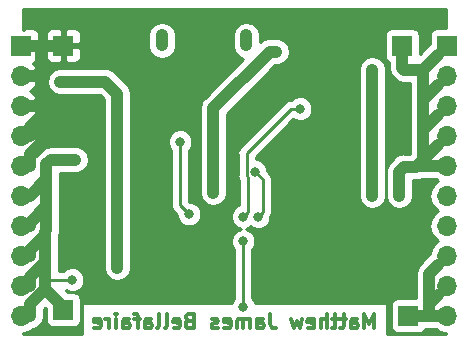
<source format=gbr>
G04 #@! TF.GenerationSoftware,KiCad,Pcbnew,(5.0.1)-3*
G04 #@! TF.CreationDate,2019-08-21T09:16:29-04:00*
G04 #@! TF.ProjectId,BMS Module,424D53204D6F64756C652E6B69636164,rev?*
G04 #@! TF.SameCoordinates,Original*
G04 #@! TF.FileFunction,Copper,L2,Bot,Signal*
G04 #@! TF.FilePolarity,Positive*
%FSLAX46Y46*%
G04 Gerber Fmt 4.6, Leading zero omitted, Abs format (unit mm)*
G04 Created by KiCad (PCBNEW (5.0.1)-3) date 8/21/2019 9:16:29 AM*
%MOMM*%
%LPD*%
G01*
G04 APERTURE LIST*
G04 #@! TA.AperFunction,NonConductor*
%ADD10C,0.300000*%
G04 #@! TD*
G04 #@! TA.AperFunction,ComponentPad*
%ADD11O,1.050000X1.900000*%
G04 #@! TD*
G04 #@! TA.AperFunction,ComponentPad*
%ADD12R,1.700000X1.700000*%
G04 #@! TD*
G04 #@! TA.AperFunction,ComponentPad*
%ADD13O,1.700000X1.700000*%
G04 #@! TD*
G04 #@! TA.AperFunction,ViaPad*
%ADD14C,0.800000*%
G04 #@! TD*
G04 #@! TA.AperFunction,Conductor*
%ADD15C,1.000000*%
G04 #@! TD*
G04 #@! TA.AperFunction,Conductor*
%ADD16C,0.250000*%
G04 #@! TD*
G04 #@! TA.AperFunction,Conductor*
%ADD17C,0.254000*%
G04 #@! TD*
G04 APERTURE END LIST*
D10*
X95665238Y-73971476D02*
X95665238Y-72721476D01*
X95248571Y-73614333D01*
X94831904Y-72721476D01*
X94831904Y-73971476D01*
X93700952Y-73971476D02*
X93700952Y-73316714D01*
X93760476Y-73197666D01*
X93879523Y-73138142D01*
X94117619Y-73138142D01*
X94236666Y-73197666D01*
X93700952Y-73911952D02*
X93820000Y-73971476D01*
X94117619Y-73971476D01*
X94236666Y-73911952D01*
X94296190Y-73792904D01*
X94296190Y-73673857D01*
X94236666Y-73554809D01*
X94117619Y-73495285D01*
X93820000Y-73495285D01*
X93700952Y-73435761D01*
X93284285Y-73138142D02*
X92808095Y-73138142D01*
X93105714Y-72721476D02*
X93105714Y-73792904D01*
X93046190Y-73911952D01*
X92927142Y-73971476D01*
X92808095Y-73971476D01*
X92570000Y-73138142D02*
X92093809Y-73138142D01*
X92391428Y-72721476D02*
X92391428Y-73792904D01*
X92331904Y-73911952D01*
X92212857Y-73971476D01*
X92093809Y-73971476D01*
X91677142Y-73971476D02*
X91677142Y-72721476D01*
X91141428Y-73971476D02*
X91141428Y-73316714D01*
X91200952Y-73197666D01*
X91320000Y-73138142D01*
X91498571Y-73138142D01*
X91617619Y-73197666D01*
X91677142Y-73257190D01*
X90070000Y-73911952D02*
X90189047Y-73971476D01*
X90427142Y-73971476D01*
X90546190Y-73911952D01*
X90605714Y-73792904D01*
X90605714Y-73316714D01*
X90546190Y-73197666D01*
X90427142Y-73138142D01*
X90189047Y-73138142D01*
X90070000Y-73197666D01*
X90010476Y-73316714D01*
X90010476Y-73435761D01*
X90605714Y-73554809D01*
X89593809Y-73138142D02*
X89355714Y-73971476D01*
X89117619Y-73376238D01*
X88879523Y-73971476D01*
X88641428Y-73138142D01*
X86855714Y-72721476D02*
X86855714Y-73614333D01*
X86915238Y-73792904D01*
X87034285Y-73911952D01*
X87212857Y-73971476D01*
X87331904Y-73971476D01*
X85724761Y-73971476D02*
X85724761Y-73316714D01*
X85784285Y-73197666D01*
X85903333Y-73138142D01*
X86141428Y-73138142D01*
X86260476Y-73197666D01*
X85724761Y-73911952D02*
X85843809Y-73971476D01*
X86141428Y-73971476D01*
X86260476Y-73911952D01*
X86320000Y-73792904D01*
X86320000Y-73673857D01*
X86260476Y-73554809D01*
X86141428Y-73495285D01*
X85843809Y-73495285D01*
X85724761Y-73435761D01*
X85129523Y-73971476D02*
X85129523Y-73138142D01*
X85129523Y-73257190D02*
X85070000Y-73197666D01*
X84950952Y-73138142D01*
X84772380Y-73138142D01*
X84653333Y-73197666D01*
X84593809Y-73316714D01*
X84593809Y-73971476D01*
X84593809Y-73316714D02*
X84534285Y-73197666D01*
X84415238Y-73138142D01*
X84236666Y-73138142D01*
X84117619Y-73197666D01*
X84058095Y-73316714D01*
X84058095Y-73971476D01*
X82986666Y-73911952D02*
X83105714Y-73971476D01*
X83343809Y-73971476D01*
X83462857Y-73911952D01*
X83522380Y-73792904D01*
X83522380Y-73316714D01*
X83462857Y-73197666D01*
X83343809Y-73138142D01*
X83105714Y-73138142D01*
X82986666Y-73197666D01*
X82927142Y-73316714D01*
X82927142Y-73435761D01*
X83522380Y-73554809D01*
X82450952Y-73911952D02*
X82331904Y-73971476D01*
X82093809Y-73971476D01*
X81974761Y-73911952D01*
X81915238Y-73792904D01*
X81915238Y-73733380D01*
X81974761Y-73614333D01*
X82093809Y-73554809D01*
X82272380Y-73554809D01*
X82391428Y-73495285D01*
X82450952Y-73376238D01*
X82450952Y-73316714D01*
X82391428Y-73197666D01*
X82272380Y-73138142D01*
X82093809Y-73138142D01*
X81974761Y-73197666D01*
X80010476Y-73316714D02*
X79831904Y-73376238D01*
X79772380Y-73435761D01*
X79712857Y-73554809D01*
X79712857Y-73733380D01*
X79772380Y-73852428D01*
X79831904Y-73911952D01*
X79950952Y-73971476D01*
X80427142Y-73971476D01*
X80427142Y-72721476D01*
X80010476Y-72721476D01*
X79891428Y-72781000D01*
X79831904Y-72840523D01*
X79772380Y-72959571D01*
X79772380Y-73078619D01*
X79831904Y-73197666D01*
X79891428Y-73257190D01*
X80010476Y-73316714D01*
X80427142Y-73316714D01*
X78700952Y-73911952D02*
X78820000Y-73971476D01*
X79058095Y-73971476D01*
X79177142Y-73911952D01*
X79236666Y-73792904D01*
X79236666Y-73316714D01*
X79177142Y-73197666D01*
X79058095Y-73138142D01*
X78820000Y-73138142D01*
X78700952Y-73197666D01*
X78641428Y-73316714D01*
X78641428Y-73435761D01*
X79236666Y-73554809D01*
X77927142Y-73971476D02*
X78046190Y-73911952D01*
X78105714Y-73792904D01*
X78105714Y-72721476D01*
X77272380Y-73971476D02*
X77391428Y-73911952D01*
X77450952Y-73792904D01*
X77450952Y-72721476D01*
X76260476Y-73971476D02*
X76260476Y-73316714D01*
X76320000Y-73197666D01*
X76439047Y-73138142D01*
X76677142Y-73138142D01*
X76796190Y-73197666D01*
X76260476Y-73911952D02*
X76379523Y-73971476D01*
X76677142Y-73971476D01*
X76796190Y-73911952D01*
X76855714Y-73792904D01*
X76855714Y-73673857D01*
X76796190Y-73554809D01*
X76677142Y-73495285D01*
X76379523Y-73495285D01*
X76260476Y-73435761D01*
X75843809Y-73138142D02*
X75367619Y-73138142D01*
X75665238Y-73971476D02*
X75665238Y-72900047D01*
X75605714Y-72781000D01*
X75486666Y-72721476D01*
X75367619Y-72721476D01*
X74415238Y-73971476D02*
X74415238Y-73316714D01*
X74474761Y-73197666D01*
X74593809Y-73138142D01*
X74831904Y-73138142D01*
X74950952Y-73197666D01*
X74415238Y-73911952D02*
X74534285Y-73971476D01*
X74831904Y-73971476D01*
X74950952Y-73911952D01*
X75010476Y-73792904D01*
X75010476Y-73673857D01*
X74950952Y-73554809D01*
X74831904Y-73495285D01*
X74534285Y-73495285D01*
X74415238Y-73435761D01*
X73820000Y-73971476D02*
X73820000Y-73138142D01*
X73820000Y-72721476D02*
X73879523Y-72781000D01*
X73820000Y-72840523D01*
X73760476Y-72781000D01*
X73820000Y-72721476D01*
X73820000Y-72840523D01*
X73224761Y-73971476D02*
X73224761Y-73138142D01*
X73224761Y-73376238D02*
X73165238Y-73257190D01*
X73105714Y-73197666D01*
X72986666Y-73138142D01*
X72867619Y-73138142D01*
X71974761Y-73911952D02*
X72093809Y-73971476D01*
X72331904Y-73971476D01*
X72450952Y-73911952D01*
X72510476Y-73792904D01*
X72510476Y-73316714D01*
X72450952Y-73197666D01*
X72331904Y-73138142D01*
X72093809Y-73138142D01*
X71974761Y-73197666D01*
X71915238Y-73316714D01*
X71915238Y-73435761D01*
X72510476Y-73554809D01*
D11*
G04 #@! TO.P,J4,6*
G04 #@! TO.N,Net-(J4-Pad6)*
X84855000Y-49600000D03*
X77705000Y-49600000D03*
G04 #@! TD*
D12*
G04 #@! TO.P,J1,1*
G04 #@! TO.N,BAT+*
X69342000Y-72390000D03*
G04 #@! TD*
G04 #@! TO.P,J3,1*
G04 #@! TO.N,GND*
X69342000Y-50038000D03*
G04 #@! TD*
G04 #@! TO.P,J6,1*
G04 #@! TO.N,OUT+*
X98552000Y-72898000D03*
G04 #@! TD*
G04 #@! TO.P,J7,1*
G04 #@! TO.N,Net-(J5-Pad1)*
X98044000Y-50038000D03*
G04 #@! TD*
D13*
G04 #@! TO.P,J5,10*
G04 #@! TO.N,OUT+*
X101854000Y-72898000D03*
G04 #@! TO.P,J5,9*
X101854000Y-70358000D03*
G04 #@! TO.P,J5,8*
X101854000Y-67818000D03*
G04 #@! TO.P,J5,7*
X101854000Y-65278000D03*
G04 #@! TO.P,J5,6*
X101854000Y-62738000D03*
G04 #@! TO.P,J5,5*
G04 #@! TO.N,Net-(J5-Pad1)*
X101854000Y-60198000D03*
G04 #@! TO.P,J5,4*
X101854000Y-57658000D03*
G04 #@! TO.P,J5,3*
X101854000Y-55118000D03*
G04 #@! TO.P,J5,2*
X101854000Y-52578000D03*
D12*
G04 #@! TO.P,J5,1*
X101854000Y-50038000D03*
G04 #@! TD*
G04 #@! TO.P,J2,1*
G04 #@! TO.N,GND*
X65786000Y-50038000D03*
D13*
G04 #@! TO.P,J2,2*
X65786000Y-52578000D03*
G04 #@! TO.P,J2,3*
X65786000Y-55118000D03*
G04 #@! TO.P,J2,4*
X65786000Y-57658000D03*
G04 #@! TO.P,J2,5*
X65786000Y-60198000D03*
G04 #@! TO.P,J2,6*
G04 #@! TO.N,BAT+*
X65786000Y-62738000D03*
G04 #@! TO.P,J2,7*
X65786000Y-65278000D03*
G04 #@! TO.P,J2,8*
X65786000Y-67818000D03*
G04 #@! TO.P,J2,9*
X65786000Y-70358000D03*
G04 #@! TO.P,J2,10*
X65786000Y-72898000D03*
G04 #@! TD*
D14*
G04 #@! TO.N,GND*
X86614000Y-68072000D03*
X79990323Y-53358272D03*
X75438000Y-58166000D03*
X92964000Y-68834000D03*
X92964000Y-67564000D03*
X92964000Y-59436000D03*
X92964000Y-60452000D03*
X89662000Y-60452000D03*
X89662000Y-59436000D03*
X89662000Y-67564000D03*
X89662000Y-68834000D03*
X71120000Y-61468000D03*
X70358000Y-64262000D03*
X81534000Y-65278000D03*
X81788000Y-70358000D03*
X71628000Y-57912000D03*
G04 #@! TO.N,BAT+*
X68326000Y-59690000D03*
X69342000Y-59690000D03*
X70358000Y-59690000D03*
X70104000Y-69850000D03*
G04 #@! TO.N,Net-(C2-Pad1)*
X85598000Y-60706000D03*
X85852000Y-64516000D03*
G04 #@! TO.N,OUT+*
X82042000Y-62484000D03*
X95504000Y-62738000D03*
X95504000Y-61722000D03*
X95504000Y-60706000D03*
X95504000Y-54102000D03*
X95504000Y-53086000D03*
X95504000Y-52070000D03*
X69088000Y-53086000D03*
X70104000Y-53086000D03*
X71120000Y-53086000D03*
X73914000Y-66802000D03*
X73914000Y-67818000D03*
X73914000Y-68834000D03*
X87376000Y-50546000D03*
G04 #@! TO.N,Net-(J5-Pad1)*
X97790000Y-60706000D03*
X97790000Y-61722000D03*
X97790000Y-62738000D03*
G04 #@! TO.N,Net-(R2-Pad2)*
X84582000Y-72136000D03*
X84582000Y-66582000D03*
G04 #@! TO.N,Net-(U3-Pad1)*
X84582000Y-64516000D03*
X89408000Y-55372000D03*
G04 #@! TO.N,Net-(F1-Pad2)*
X80010000Y-64309000D03*
X79248000Y-58166000D03*
G04 #@! TD*
D15*
G04 #@! TO.N,GND*
X67492000Y-50038000D02*
X66561010Y-50038000D01*
X69342000Y-50038000D02*
X67492000Y-50038000D01*
X67056000Y-52578000D02*
X66561010Y-52578000D01*
X67492000Y-52142000D02*
X67056000Y-52578000D01*
X67492000Y-50038000D02*
X67492000Y-52142000D01*
X67056000Y-55118000D02*
X66561010Y-55118000D01*
X67492000Y-54682000D02*
X67056000Y-55118000D01*
X67492000Y-52142000D02*
X67492000Y-54682000D01*
X66561010Y-56882990D02*
X66561010Y-57658000D01*
X67492000Y-55952000D02*
X66561010Y-56882990D01*
X67492000Y-54682000D02*
X67492000Y-55952000D01*
X66561010Y-59168990D02*
X66561010Y-60198000D01*
X67492000Y-58238000D02*
X66561010Y-59168990D01*
X67492000Y-55952000D02*
X67492000Y-58238000D01*
G04 #@! TO.N,BAT+*
X66561010Y-62724990D02*
X66561010Y-62738000D01*
X67926001Y-61359999D02*
X66561010Y-62724990D01*
X67926001Y-60089999D02*
X67926001Y-61359999D01*
X68326000Y-59690000D02*
X67926001Y-60089999D01*
X66561010Y-65010990D02*
X66561010Y-65278000D01*
X67926001Y-63645999D02*
X66561010Y-65010990D01*
X67926001Y-61359999D02*
X67926001Y-63645999D01*
X67926001Y-65677999D02*
X67818000Y-65786000D01*
X67926001Y-63645999D02*
X67926001Y-65677999D01*
X66561010Y-67296990D02*
X66561010Y-67818000D01*
X67818000Y-66040000D02*
X66561010Y-67296990D01*
X67818000Y-65786000D02*
X67818000Y-66040000D01*
X66561010Y-69582990D02*
X66561010Y-70358000D01*
X67818000Y-68326000D02*
X66561010Y-69582990D01*
X67818000Y-65786000D02*
X67818000Y-68326000D01*
X66561010Y-71868990D02*
X66561010Y-72898000D01*
X67818000Y-70612000D02*
X66561010Y-71868990D01*
X68326000Y-59690000D02*
X70358000Y-59690000D01*
D16*
X70104000Y-69850000D02*
X67818000Y-69850000D01*
D15*
X67818000Y-68326000D02*
X67818000Y-69850000D01*
X67818000Y-69850000D02*
X67818000Y-70612000D01*
X69342000Y-72136000D02*
X67818000Y-70612000D01*
X69342000Y-72390000D02*
X69342000Y-72136000D01*
D16*
G04 #@! TO.N,Net-(C2-Pad1)*
X86251999Y-64116001D02*
X86251999Y-61359999D01*
X85852000Y-64516000D02*
X86251999Y-64116001D01*
X86251999Y-61359999D02*
X85598000Y-60706000D01*
D15*
G04 #@! TO.N,OUT+*
X100330000Y-71882000D02*
X101078990Y-71133010D01*
X100330000Y-72898000D02*
X100330000Y-71882000D01*
X100330000Y-72898000D02*
X101078990Y-72898000D01*
X98552000Y-72898000D02*
X100330000Y-72898000D01*
X100330000Y-69342000D02*
X101078990Y-68593010D01*
X100330000Y-71882000D02*
X100330000Y-69342000D01*
X95504000Y-52070000D02*
X95504000Y-62738000D01*
X69088000Y-53086000D02*
X71120000Y-53086000D01*
X73914000Y-54102000D02*
X73914000Y-68834000D01*
X71120000Y-53086000D02*
X72898000Y-53086000D01*
X72898000Y-53086000D02*
X73914000Y-54102000D01*
X82042000Y-61918315D02*
X82042000Y-62484000D01*
X82042000Y-55314315D02*
X82042000Y-61918315D01*
X86810315Y-50546000D02*
X82042000Y-55314315D01*
X87376000Y-50546000D02*
X86810315Y-50546000D01*
G04 #@! TO.N,Net-(J5-Pad1)*
X99314000Y-60198000D02*
X101078990Y-60198000D01*
X99822000Y-57150000D02*
X101078990Y-55893010D01*
X99822000Y-59690000D02*
X99822000Y-57150000D01*
X99822000Y-59690000D02*
X101078990Y-58433010D01*
X99314000Y-60198000D02*
X99822000Y-59690000D01*
X99822000Y-54610000D02*
X101078990Y-53353010D01*
X99822000Y-57150000D02*
X99822000Y-54610000D01*
X99822000Y-52070000D02*
X101078990Y-50813010D01*
X99822000Y-54610000D02*
X99822000Y-52070000D01*
X98044000Y-51888000D02*
X98044000Y-50038000D01*
X98226000Y-52070000D02*
X98044000Y-51888000D01*
X99822000Y-52070000D02*
X98226000Y-52070000D01*
X97790000Y-62738000D02*
X97790000Y-60706000D01*
X99205999Y-60306001D02*
X99314000Y-60198000D01*
X98189999Y-60306001D02*
X99205999Y-60306001D01*
X97790000Y-60706000D02*
X98189999Y-60306001D01*
D16*
G04 #@! TO.N,Net-(R2-Pad2)*
X84582000Y-72136000D02*
X84582000Y-66582000D01*
G04 #@! TO.N,Net-(U3-Pad1)*
X84582000Y-64516000D02*
X84981999Y-64116001D01*
X84872999Y-61054001D02*
X84872999Y-59145001D01*
X84981999Y-64116001D02*
X84981999Y-61163001D01*
X84981999Y-61163001D02*
X84872999Y-61054001D01*
X84872999Y-59145001D02*
X88646000Y-55372000D01*
X88646000Y-55372000D02*
X89408000Y-55372000D01*
G04 #@! TO.N,Net-(F1-Pad2)*
X80010000Y-64309000D02*
X79248000Y-63547000D01*
X79248000Y-63547000D02*
X79248000Y-58166000D01*
G04 #@! TD*
D17*
G04 #@! TO.N,GND*
G36*
X101727000Y-48540560D02*
X101004000Y-48540560D01*
X100756235Y-48589843D01*
X100546191Y-48730191D01*
X100405843Y-48940235D01*
X100356560Y-49188000D01*
X100356560Y-49930671D01*
X100355466Y-49931402D01*
X99541440Y-50745429D01*
X99541440Y-49188000D01*
X99492157Y-48940235D01*
X99351809Y-48730191D01*
X99141765Y-48589843D01*
X98894000Y-48540560D01*
X97194000Y-48540560D01*
X96946235Y-48589843D01*
X96736191Y-48730191D01*
X96595843Y-48940235D01*
X96546560Y-49188000D01*
X96546560Y-50888000D01*
X96595843Y-51135765D01*
X96736191Y-51345809D01*
X96909000Y-51461277D01*
X96909000Y-51776216D01*
X96886765Y-51888000D01*
X96909000Y-51999782D01*
X96974854Y-52330854D01*
X97225711Y-52706289D01*
X97320482Y-52769613D01*
X97344387Y-52793518D01*
X97407711Y-52888289D01*
X97783145Y-53139146D01*
X98114217Y-53205000D01*
X98226000Y-53227235D01*
X98337783Y-53205000D01*
X98687001Y-53205000D01*
X98687000Y-54498217D01*
X98664765Y-54610000D01*
X98687001Y-54721788D01*
X98687000Y-57038217D01*
X98664765Y-57150000D01*
X98687001Y-57261788D01*
X98687000Y-59171001D01*
X98301781Y-59171001D01*
X98189998Y-59148766D01*
X97929479Y-59200586D01*
X97747144Y-59236855D01*
X97371710Y-59487712D01*
X97308386Y-59582483D01*
X97066480Y-59824389D01*
X96971712Y-59887711D01*
X96819394Y-60115671D01*
X96720854Y-60263146D01*
X96639000Y-60674654D01*
X96639000Y-51958217D01*
X96573146Y-51627145D01*
X96322289Y-51251711D01*
X95946854Y-51000854D01*
X95504000Y-50912765D01*
X95061145Y-51000854D01*
X94685711Y-51251711D01*
X94434854Y-51627146D01*
X94369000Y-51958218D01*
X94369001Y-62849783D01*
X94434855Y-63180855D01*
X94685712Y-63556289D01*
X95061146Y-63807146D01*
X95504000Y-63895235D01*
X95946855Y-63807146D01*
X96322289Y-63556289D01*
X96573146Y-63180855D01*
X96639000Y-62849783D01*
X96639000Y-60737346D01*
X96655001Y-60817788D01*
X96655000Y-62849782D01*
X96720854Y-63180854D01*
X96971711Y-63556289D01*
X97347145Y-63807146D01*
X97790000Y-63895235D01*
X98232854Y-63807146D01*
X98608289Y-63556289D01*
X98859146Y-63180855D01*
X98925000Y-62849783D01*
X98925000Y-61441001D01*
X99094216Y-61441001D01*
X99205999Y-61463236D01*
X99317782Y-61441001D01*
X99648854Y-61375147D01*
X99711931Y-61333000D01*
X100879719Y-61333000D01*
X101081761Y-61468000D01*
X100783375Y-61667375D01*
X100455161Y-62158582D01*
X100339908Y-62738000D01*
X100455161Y-63317418D01*
X100783375Y-63808625D01*
X101081761Y-64008000D01*
X100783375Y-64207375D01*
X100455161Y-64698582D01*
X100339908Y-65278000D01*
X100455161Y-65857418D01*
X100783375Y-66348625D01*
X101081761Y-66548000D01*
X100783375Y-66747375D01*
X100455161Y-67238582D01*
X100361977Y-67707051D01*
X100355466Y-67711402D01*
X99606479Y-68460389D01*
X99511712Y-68523711D01*
X99350688Y-68764701D01*
X99260854Y-68899146D01*
X99172765Y-69342000D01*
X99195001Y-69453788D01*
X99195000Y-71400560D01*
X97702000Y-71400560D01*
X97454235Y-71449843D01*
X97244191Y-71590191D01*
X97103843Y-71800235D01*
X97054560Y-72048000D01*
X97054560Y-73748000D01*
X97103843Y-73995765D01*
X97244191Y-74205809D01*
X97454235Y-74346157D01*
X97702000Y-74395440D01*
X99402000Y-74395440D01*
X99649765Y-74346157D01*
X99859809Y-74205809D01*
X99975277Y-74033000D01*
X100218217Y-74033000D01*
X100330000Y-74055235D01*
X100441783Y-74033000D01*
X100879719Y-74033000D01*
X101274582Y-74296839D01*
X101707744Y-74383000D01*
X101727000Y-74383000D01*
X101727000Y-74474000D01*
X96747857Y-74474000D01*
X96747857Y-71796000D01*
X85561443Y-71796000D01*
X85459431Y-71549720D01*
X85342000Y-71432289D01*
X85342000Y-67285711D01*
X85459431Y-67168280D01*
X85617000Y-66787874D01*
X85617000Y-66376126D01*
X85459431Y-65995720D01*
X85168280Y-65704569D01*
X84792702Y-65549000D01*
X85168280Y-65393431D01*
X85217000Y-65344711D01*
X85265720Y-65393431D01*
X85646126Y-65551000D01*
X86057874Y-65551000D01*
X86438280Y-65393431D01*
X86729431Y-65102280D01*
X86887000Y-64721874D01*
X86887000Y-64533618D01*
X86967903Y-64412538D01*
X87011999Y-64190853D01*
X87011999Y-64190849D01*
X87026887Y-64116002D01*
X87011999Y-64041155D01*
X87011999Y-61434845D01*
X87026887Y-61359998D01*
X87011999Y-61285151D01*
X87011999Y-61285147D01*
X86967903Y-61063462D01*
X86799928Y-60812070D01*
X86736472Y-60769670D01*
X86633000Y-60666198D01*
X86633000Y-60500126D01*
X86475431Y-60119720D01*
X86184280Y-59828569D01*
X85803874Y-59671000D01*
X85632999Y-59671000D01*
X85632999Y-59459802D01*
X88837030Y-56255772D01*
X89202126Y-56407000D01*
X89613874Y-56407000D01*
X89994280Y-56249431D01*
X90285431Y-55958280D01*
X90443000Y-55577874D01*
X90443000Y-55166126D01*
X90285431Y-54785720D01*
X89994280Y-54494569D01*
X89613874Y-54337000D01*
X89202126Y-54337000D01*
X88821720Y-54494569D01*
X88707036Y-54609253D01*
X88645999Y-54597112D01*
X88571152Y-54612000D01*
X88571148Y-54612000D01*
X88349463Y-54656096D01*
X88098071Y-54824071D01*
X88055671Y-54887527D01*
X84388527Y-58554672D01*
X84325071Y-58597072D01*
X84282671Y-58660528D01*
X84282670Y-58660529D01*
X84157096Y-58848464D01*
X84098111Y-59145001D01*
X84113000Y-59219853D01*
X84112999Y-60979154D01*
X84098111Y-61054001D01*
X84112999Y-61128848D01*
X84112999Y-61128852D01*
X84157095Y-61350537D01*
X84222000Y-61447674D01*
X84221999Y-63544841D01*
X83995720Y-63638569D01*
X83704569Y-63929720D01*
X83547000Y-64310126D01*
X83547000Y-64721874D01*
X83704569Y-65102280D01*
X83995720Y-65393431D01*
X84371298Y-65549000D01*
X83995720Y-65704569D01*
X83704569Y-65995720D01*
X83547000Y-66376126D01*
X83547000Y-66787874D01*
X83704569Y-67168280D01*
X83822001Y-67285712D01*
X83822000Y-71432289D01*
X83704569Y-71549720D01*
X83602557Y-71796000D01*
X70892143Y-71796000D01*
X70892143Y-74474000D01*
X65913000Y-74474000D01*
X65913000Y-74383000D01*
X65932256Y-74383000D01*
X66365418Y-74296839D01*
X66797365Y-74008221D01*
X67003865Y-73967146D01*
X67379299Y-73716289D01*
X67630156Y-73340855D01*
X67696010Y-73009783D01*
X67696010Y-72339121D01*
X67818000Y-72217132D01*
X67844560Y-72243692D01*
X67844560Y-73240000D01*
X67893843Y-73487765D01*
X68034191Y-73697809D01*
X68244235Y-73838157D01*
X68492000Y-73887440D01*
X70192000Y-73887440D01*
X70439765Y-73838157D01*
X70649809Y-73697809D01*
X70790157Y-73487765D01*
X70839440Y-73240000D01*
X70839440Y-71540000D01*
X70790157Y-71292235D01*
X70649809Y-71082191D01*
X70439765Y-70941843D01*
X70192000Y-70892560D01*
X69703692Y-70892560D01*
X69553302Y-70742169D01*
X69898126Y-70885000D01*
X70309874Y-70885000D01*
X70690280Y-70727431D01*
X70981431Y-70436280D01*
X71139000Y-70055874D01*
X71139000Y-69644126D01*
X70981431Y-69263720D01*
X70690280Y-68972569D01*
X70309874Y-68815000D01*
X69898126Y-68815000D01*
X69517720Y-68972569D01*
X69400289Y-69090000D01*
X68953000Y-69090000D01*
X68953000Y-68437783D01*
X68975235Y-68326001D01*
X68953000Y-68214217D01*
X68953000Y-66183931D01*
X68995147Y-66120854D01*
X69061001Y-65789782D01*
X69083236Y-65678000D01*
X69061001Y-65566218D01*
X69061001Y-63757782D01*
X69083236Y-63645999D01*
X69061001Y-63534216D01*
X69061001Y-61471782D01*
X69083236Y-61359999D01*
X69061001Y-61248216D01*
X69061001Y-60825000D01*
X70469783Y-60825000D01*
X70800855Y-60759146D01*
X71176289Y-60508289D01*
X71427146Y-60132855D01*
X71515235Y-59690000D01*
X71427146Y-59247145D01*
X71176289Y-58871711D01*
X70800855Y-58620854D01*
X70469783Y-58555000D01*
X68437782Y-58555000D01*
X68325999Y-58532765D01*
X68065480Y-58584585D01*
X67883145Y-58620854D01*
X67507711Y-58871711D01*
X67444387Y-58966482D01*
X67202483Y-59208386D01*
X67107712Y-59271710D01*
X67025094Y-59395358D01*
X66667358Y-59002817D01*
X66508046Y-58928000D01*
X66667358Y-58853183D01*
X67057645Y-58424924D01*
X67227476Y-58014890D01*
X67106155Y-57785000D01*
X65913000Y-57785000D01*
X65913000Y-57531000D01*
X67106155Y-57531000D01*
X67227476Y-57301110D01*
X67057645Y-56891076D01*
X66667358Y-56462817D01*
X66508046Y-56388000D01*
X66667358Y-56313183D01*
X67057645Y-55884924D01*
X67227476Y-55474890D01*
X67106155Y-55245000D01*
X65913000Y-55245000D01*
X65913000Y-54991000D01*
X67106155Y-54991000D01*
X67227476Y-54761110D01*
X67057645Y-54351076D01*
X66667358Y-53922817D01*
X66508046Y-53848000D01*
X66667358Y-53773183D01*
X67057645Y-53344924D01*
X67164888Y-53086000D01*
X67930765Y-53086000D01*
X68018854Y-53528855D01*
X68269711Y-53904289D01*
X68645145Y-54155146D01*
X68976217Y-54221000D01*
X72427869Y-54221000D01*
X72779000Y-54572132D01*
X72779001Y-68945783D01*
X72844855Y-69276855D01*
X73095712Y-69652289D01*
X73471146Y-69903146D01*
X73914000Y-69991235D01*
X74356855Y-69903146D01*
X74732289Y-69652289D01*
X74983146Y-69276855D01*
X75049000Y-68945783D01*
X75049000Y-57960126D01*
X78213000Y-57960126D01*
X78213000Y-58371874D01*
X78370569Y-58752280D01*
X78488001Y-58869712D01*
X78488000Y-63472153D01*
X78473112Y-63547000D01*
X78488000Y-63621847D01*
X78488000Y-63621851D01*
X78532096Y-63843536D01*
X78700071Y-64094929D01*
X78763530Y-64137331D01*
X78975000Y-64348801D01*
X78975000Y-64514874D01*
X79132569Y-64895280D01*
X79423720Y-65186431D01*
X79804126Y-65344000D01*
X80215874Y-65344000D01*
X80596280Y-65186431D01*
X80887431Y-64895280D01*
X81045000Y-64514874D01*
X81045000Y-64103126D01*
X80887431Y-63722720D01*
X80596280Y-63431569D01*
X80215874Y-63274000D01*
X80049801Y-63274000D01*
X80008000Y-63232199D01*
X80008000Y-58869711D01*
X80125431Y-58752280D01*
X80283000Y-58371874D01*
X80283000Y-57960126D01*
X80125431Y-57579720D01*
X79834280Y-57288569D01*
X79453874Y-57131000D01*
X79042126Y-57131000D01*
X78661720Y-57288569D01*
X78370569Y-57579720D01*
X78213000Y-57960126D01*
X75049000Y-57960126D01*
X75049000Y-55314315D01*
X80884765Y-55314315D01*
X80907000Y-55426098D01*
X80907001Y-61806528D01*
X80907000Y-61806533D01*
X80907000Y-62595783D01*
X80972854Y-62926855D01*
X81223712Y-63302289D01*
X81599146Y-63553146D01*
X82042000Y-63641235D01*
X82484855Y-63553146D01*
X82860289Y-63302289D01*
X83111146Y-62926854D01*
X83177000Y-62595782D01*
X83177000Y-55784446D01*
X87280447Y-51681000D01*
X87487783Y-51681000D01*
X87818855Y-51615146D01*
X88194289Y-51364289D01*
X88445146Y-50988855D01*
X88533235Y-50546000D01*
X88445146Y-50103145D01*
X88194289Y-49727711D01*
X87818855Y-49476854D01*
X87487783Y-49411000D01*
X86922098Y-49411000D01*
X86810315Y-49388765D01*
X86698532Y-49411000D01*
X86367460Y-49476854D01*
X86015000Y-49712360D01*
X86015000Y-49060754D01*
X85947695Y-48722391D01*
X85691313Y-48338687D01*
X85307608Y-48082305D01*
X84855000Y-47992275D01*
X84402391Y-48082305D01*
X84018687Y-48338687D01*
X83762305Y-48722392D01*
X83695000Y-49060755D01*
X83695000Y-50139246D01*
X83762305Y-50477609D01*
X84018688Y-50861313D01*
X84402392Y-51117695D01*
X84595147Y-51156037D01*
X81318482Y-54432702D01*
X81223711Y-54496026D01*
X81004657Y-54823865D01*
X80972854Y-54871461D01*
X80884765Y-55314315D01*
X75049000Y-55314315D01*
X75049000Y-54213783D01*
X75071235Y-54102000D01*
X74983146Y-53659145D01*
X74845247Y-53452765D01*
X74732289Y-53283711D01*
X74637521Y-53220389D01*
X73779613Y-52362481D01*
X73716289Y-52267711D01*
X73340855Y-52016854D01*
X73009783Y-51951000D01*
X72898000Y-51928765D01*
X72786217Y-51951000D01*
X68976217Y-51951000D01*
X68645145Y-52016854D01*
X68269711Y-52267711D01*
X68018854Y-52643145D01*
X67930765Y-53086000D01*
X67164888Y-53086000D01*
X67227476Y-52934890D01*
X67106155Y-52705000D01*
X65913000Y-52705000D01*
X65913000Y-52451000D01*
X67106155Y-52451000D01*
X67227476Y-52221110D01*
X67057645Y-51811076D01*
X66786122Y-51513136D01*
X66995698Y-51426327D01*
X67174327Y-51247699D01*
X67271000Y-51014310D01*
X67271000Y-50323750D01*
X67857000Y-50323750D01*
X67857000Y-51014310D01*
X67953673Y-51247699D01*
X68132302Y-51426327D01*
X68365691Y-51523000D01*
X69056250Y-51523000D01*
X69215000Y-51364250D01*
X69215000Y-50165000D01*
X69469000Y-50165000D01*
X69469000Y-51364250D01*
X69627750Y-51523000D01*
X70318309Y-51523000D01*
X70551698Y-51426327D01*
X70730327Y-51247699D01*
X70827000Y-51014310D01*
X70827000Y-50323750D01*
X70668250Y-50165000D01*
X69469000Y-50165000D01*
X69215000Y-50165000D01*
X68015750Y-50165000D01*
X67857000Y-50323750D01*
X67271000Y-50323750D01*
X67112250Y-50165000D01*
X65913000Y-50165000D01*
X65913000Y-49911000D01*
X67112250Y-49911000D01*
X67271000Y-49752250D01*
X67271000Y-49061690D01*
X67857000Y-49061690D01*
X67857000Y-49752250D01*
X68015750Y-49911000D01*
X69215000Y-49911000D01*
X69215000Y-48711750D01*
X69469000Y-48711750D01*
X69469000Y-49911000D01*
X70668250Y-49911000D01*
X70827000Y-49752250D01*
X70827000Y-49061690D01*
X70826613Y-49060754D01*
X76545000Y-49060754D01*
X76545000Y-50139245D01*
X76612305Y-50477608D01*
X76868687Y-50861313D01*
X77252391Y-51117695D01*
X77705000Y-51207725D01*
X78157608Y-51117695D01*
X78541313Y-50861313D01*
X78797695Y-50477609D01*
X78865000Y-50139246D01*
X78865000Y-49060755D01*
X78797695Y-48722391D01*
X78541313Y-48338687D01*
X78157609Y-48082305D01*
X77705000Y-47992275D01*
X77252392Y-48082305D01*
X76868688Y-48338687D01*
X76612305Y-48722391D01*
X76545000Y-49060754D01*
X70826613Y-49060754D01*
X70730327Y-48828301D01*
X70551698Y-48649673D01*
X70318309Y-48553000D01*
X69627750Y-48553000D01*
X69469000Y-48711750D01*
X69215000Y-48711750D01*
X69056250Y-48553000D01*
X68365691Y-48553000D01*
X68132302Y-48649673D01*
X67953673Y-48828301D01*
X67857000Y-49061690D01*
X67271000Y-49061690D01*
X67174327Y-48828301D01*
X66995698Y-48649673D01*
X66762309Y-48553000D01*
X66071750Y-48553000D01*
X65913002Y-48711748D01*
X65913002Y-48553000D01*
X65913000Y-48553000D01*
X65913000Y-46938000D01*
X101727000Y-46938000D01*
X101727000Y-48540560D01*
X101727000Y-48540560D01*
G37*
X101727000Y-48540560D02*
X101004000Y-48540560D01*
X100756235Y-48589843D01*
X100546191Y-48730191D01*
X100405843Y-48940235D01*
X100356560Y-49188000D01*
X100356560Y-49930671D01*
X100355466Y-49931402D01*
X99541440Y-50745429D01*
X99541440Y-49188000D01*
X99492157Y-48940235D01*
X99351809Y-48730191D01*
X99141765Y-48589843D01*
X98894000Y-48540560D01*
X97194000Y-48540560D01*
X96946235Y-48589843D01*
X96736191Y-48730191D01*
X96595843Y-48940235D01*
X96546560Y-49188000D01*
X96546560Y-50888000D01*
X96595843Y-51135765D01*
X96736191Y-51345809D01*
X96909000Y-51461277D01*
X96909000Y-51776216D01*
X96886765Y-51888000D01*
X96909000Y-51999782D01*
X96974854Y-52330854D01*
X97225711Y-52706289D01*
X97320482Y-52769613D01*
X97344387Y-52793518D01*
X97407711Y-52888289D01*
X97783145Y-53139146D01*
X98114217Y-53205000D01*
X98226000Y-53227235D01*
X98337783Y-53205000D01*
X98687001Y-53205000D01*
X98687000Y-54498217D01*
X98664765Y-54610000D01*
X98687001Y-54721788D01*
X98687000Y-57038217D01*
X98664765Y-57150000D01*
X98687001Y-57261788D01*
X98687000Y-59171001D01*
X98301781Y-59171001D01*
X98189998Y-59148766D01*
X97929479Y-59200586D01*
X97747144Y-59236855D01*
X97371710Y-59487712D01*
X97308386Y-59582483D01*
X97066480Y-59824389D01*
X96971712Y-59887711D01*
X96819394Y-60115671D01*
X96720854Y-60263146D01*
X96639000Y-60674654D01*
X96639000Y-51958217D01*
X96573146Y-51627145D01*
X96322289Y-51251711D01*
X95946854Y-51000854D01*
X95504000Y-50912765D01*
X95061145Y-51000854D01*
X94685711Y-51251711D01*
X94434854Y-51627146D01*
X94369000Y-51958218D01*
X94369001Y-62849783D01*
X94434855Y-63180855D01*
X94685712Y-63556289D01*
X95061146Y-63807146D01*
X95504000Y-63895235D01*
X95946855Y-63807146D01*
X96322289Y-63556289D01*
X96573146Y-63180855D01*
X96639000Y-62849783D01*
X96639000Y-60737346D01*
X96655001Y-60817788D01*
X96655000Y-62849782D01*
X96720854Y-63180854D01*
X96971711Y-63556289D01*
X97347145Y-63807146D01*
X97790000Y-63895235D01*
X98232854Y-63807146D01*
X98608289Y-63556289D01*
X98859146Y-63180855D01*
X98925000Y-62849783D01*
X98925000Y-61441001D01*
X99094216Y-61441001D01*
X99205999Y-61463236D01*
X99317782Y-61441001D01*
X99648854Y-61375147D01*
X99711931Y-61333000D01*
X100879719Y-61333000D01*
X101081761Y-61468000D01*
X100783375Y-61667375D01*
X100455161Y-62158582D01*
X100339908Y-62738000D01*
X100455161Y-63317418D01*
X100783375Y-63808625D01*
X101081761Y-64008000D01*
X100783375Y-64207375D01*
X100455161Y-64698582D01*
X100339908Y-65278000D01*
X100455161Y-65857418D01*
X100783375Y-66348625D01*
X101081761Y-66548000D01*
X100783375Y-66747375D01*
X100455161Y-67238582D01*
X100361977Y-67707051D01*
X100355466Y-67711402D01*
X99606479Y-68460389D01*
X99511712Y-68523711D01*
X99350688Y-68764701D01*
X99260854Y-68899146D01*
X99172765Y-69342000D01*
X99195001Y-69453788D01*
X99195000Y-71400560D01*
X97702000Y-71400560D01*
X97454235Y-71449843D01*
X97244191Y-71590191D01*
X97103843Y-71800235D01*
X97054560Y-72048000D01*
X97054560Y-73748000D01*
X97103843Y-73995765D01*
X97244191Y-74205809D01*
X97454235Y-74346157D01*
X97702000Y-74395440D01*
X99402000Y-74395440D01*
X99649765Y-74346157D01*
X99859809Y-74205809D01*
X99975277Y-74033000D01*
X100218217Y-74033000D01*
X100330000Y-74055235D01*
X100441783Y-74033000D01*
X100879719Y-74033000D01*
X101274582Y-74296839D01*
X101707744Y-74383000D01*
X101727000Y-74383000D01*
X101727000Y-74474000D01*
X96747857Y-74474000D01*
X96747857Y-71796000D01*
X85561443Y-71796000D01*
X85459431Y-71549720D01*
X85342000Y-71432289D01*
X85342000Y-67285711D01*
X85459431Y-67168280D01*
X85617000Y-66787874D01*
X85617000Y-66376126D01*
X85459431Y-65995720D01*
X85168280Y-65704569D01*
X84792702Y-65549000D01*
X85168280Y-65393431D01*
X85217000Y-65344711D01*
X85265720Y-65393431D01*
X85646126Y-65551000D01*
X86057874Y-65551000D01*
X86438280Y-65393431D01*
X86729431Y-65102280D01*
X86887000Y-64721874D01*
X86887000Y-64533618D01*
X86967903Y-64412538D01*
X87011999Y-64190853D01*
X87011999Y-64190849D01*
X87026887Y-64116002D01*
X87011999Y-64041155D01*
X87011999Y-61434845D01*
X87026887Y-61359998D01*
X87011999Y-61285151D01*
X87011999Y-61285147D01*
X86967903Y-61063462D01*
X86799928Y-60812070D01*
X86736472Y-60769670D01*
X86633000Y-60666198D01*
X86633000Y-60500126D01*
X86475431Y-60119720D01*
X86184280Y-59828569D01*
X85803874Y-59671000D01*
X85632999Y-59671000D01*
X85632999Y-59459802D01*
X88837030Y-56255772D01*
X89202126Y-56407000D01*
X89613874Y-56407000D01*
X89994280Y-56249431D01*
X90285431Y-55958280D01*
X90443000Y-55577874D01*
X90443000Y-55166126D01*
X90285431Y-54785720D01*
X89994280Y-54494569D01*
X89613874Y-54337000D01*
X89202126Y-54337000D01*
X88821720Y-54494569D01*
X88707036Y-54609253D01*
X88645999Y-54597112D01*
X88571152Y-54612000D01*
X88571148Y-54612000D01*
X88349463Y-54656096D01*
X88098071Y-54824071D01*
X88055671Y-54887527D01*
X84388527Y-58554672D01*
X84325071Y-58597072D01*
X84282671Y-58660528D01*
X84282670Y-58660529D01*
X84157096Y-58848464D01*
X84098111Y-59145001D01*
X84113000Y-59219853D01*
X84112999Y-60979154D01*
X84098111Y-61054001D01*
X84112999Y-61128848D01*
X84112999Y-61128852D01*
X84157095Y-61350537D01*
X84222000Y-61447674D01*
X84221999Y-63544841D01*
X83995720Y-63638569D01*
X83704569Y-63929720D01*
X83547000Y-64310126D01*
X83547000Y-64721874D01*
X83704569Y-65102280D01*
X83995720Y-65393431D01*
X84371298Y-65549000D01*
X83995720Y-65704569D01*
X83704569Y-65995720D01*
X83547000Y-66376126D01*
X83547000Y-66787874D01*
X83704569Y-67168280D01*
X83822001Y-67285712D01*
X83822000Y-71432289D01*
X83704569Y-71549720D01*
X83602557Y-71796000D01*
X70892143Y-71796000D01*
X70892143Y-74474000D01*
X65913000Y-74474000D01*
X65913000Y-74383000D01*
X65932256Y-74383000D01*
X66365418Y-74296839D01*
X66797365Y-74008221D01*
X67003865Y-73967146D01*
X67379299Y-73716289D01*
X67630156Y-73340855D01*
X67696010Y-73009783D01*
X67696010Y-72339121D01*
X67818000Y-72217132D01*
X67844560Y-72243692D01*
X67844560Y-73240000D01*
X67893843Y-73487765D01*
X68034191Y-73697809D01*
X68244235Y-73838157D01*
X68492000Y-73887440D01*
X70192000Y-73887440D01*
X70439765Y-73838157D01*
X70649809Y-73697809D01*
X70790157Y-73487765D01*
X70839440Y-73240000D01*
X70839440Y-71540000D01*
X70790157Y-71292235D01*
X70649809Y-71082191D01*
X70439765Y-70941843D01*
X70192000Y-70892560D01*
X69703692Y-70892560D01*
X69553302Y-70742169D01*
X69898126Y-70885000D01*
X70309874Y-70885000D01*
X70690280Y-70727431D01*
X70981431Y-70436280D01*
X71139000Y-70055874D01*
X71139000Y-69644126D01*
X70981431Y-69263720D01*
X70690280Y-68972569D01*
X70309874Y-68815000D01*
X69898126Y-68815000D01*
X69517720Y-68972569D01*
X69400289Y-69090000D01*
X68953000Y-69090000D01*
X68953000Y-68437783D01*
X68975235Y-68326001D01*
X68953000Y-68214217D01*
X68953000Y-66183931D01*
X68995147Y-66120854D01*
X69061001Y-65789782D01*
X69083236Y-65678000D01*
X69061001Y-65566218D01*
X69061001Y-63757782D01*
X69083236Y-63645999D01*
X69061001Y-63534216D01*
X69061001Y-61471782D01*
X69083236Y-61359999D01*
X69061001Y-61248216D01*
X69061001Y-60825000D01*
X70469783Y-60825000D01*
X70800855Y-60759146D01*
X71176289Y-60508289D01*
X71427146Y-60132855D01*
X71515235Y-59690000D01*
X71427146Y-59247145D01*
X71176289Y-58871711D01*
X70800855Y-58620854D01*
X70469783Y-58555000D01*
X68437782Y-58555000D01*
X68325999Y-58532765D01*
X68065480Y-58584585D01*
X67883145Y-58620854D01*
X67507711Y-58871711D01*
X67444387Y-58966482D01*
X67202483Y-59208386D01*
X67107712Y-59271710D01*
X67025094Y-59395358D01*
X66667358Y-59002817D01*
X66508046Y-58928000D01*
X66667358Y-58853183D01*
X67057645Y-58424924D01*
X67227476Y-58014890D01*
X67106155Y-57785000D01*
X65913000Y-57785000D01*
X65913000Y-57531000D01*
X67106155Y-57531000D01*
X67227476Y-57301110D01*
X67057645Y-56891076D01*
X66667358Y-56462817D01*
X66508046Y-56388000D01*
X66667358Y-56313183D01*
X67057645Y-55884924D01*
X67227476Y-55474890D01*
X67106155Y-55245000D01*
X65913000Y-55245000D01*
X65913000Y-54991000D01*
X67106155Y-54991000D01*
X67227476Y-54761110D01*
X67057645Y-54351076D01*
X66667358Y-53922817D01*
X66508046Y-53848000D01*
X66667358Y-53773183D01*
X67057645Y-53344924D01*
X67164888Y-53086000D01*
X67930765Y-53086000D01*
X68018854Y-53528855D01*
X68269711Y-53904289D01*
X68645145Y-54155146D01*
X68976217Y-54221000D01*
X72427869Y-54221000D01*
X72779000Y-54572132D01*
X72779001Y-68945783D01*
X72844855Y-69276855D01*
X73095712Y-69652289D01*
X73471146Y-69903146D01*
X73914000Y-69991235D01*
X74356855Y-69903146D01*
X74732289Y-69652289D01*
X74983146Y-69276855D01*
X75049000Y-68945783D01*
X75049000Y-57960126D01*
X78213000Y-57960126D01*
X78213000Y-58371874D01*
X78370569Y-58752280D01*
X78488001Y-58869712D01*
X78488000Y-63472153D01*
X78473112Y-63547000D01*
X78488000Y-63621847D01*
X78488000Y-63621851D01*
X78532096Y-63843536D01*
X78700071Y-64094929D01*
X78763530Y-64137331D01*
X78975000Y-64348801D01*
X78975000Y-64514874D01*
X79132569Y-64895280D01*
X79423720Y-65186431D01*
X79804126Y-65344000D01*
X80215874Y-65344000D01*
X80596280Y-65186431D01*
X80887431Y-64895280D01*
X81045000Y-64514874D01*
X81045000Y-64103126D01*
X80887431Y-63722720D01*
X80596280Y-63431569D01*
X80215874Y-63274000D01*
X80049801Y-63274000D01*
X80008000Y-63232199D01*
X80008000Y-58869711D01*
X80125431Y-58752280D01*
X80283000Y-58371874D01*
X80283000Y-57960126D01*
X80125431Y-57579720D01*
X79834280Y-57288569D01*
X79453874Y-57131000D01*
X79042126Y-57131000D01*
X78661720Y-57288569D01*
X78370569Y-57579720D01*
X78213000Y-57960126D01*
X75049000Y-57960126D01*
X75049000Y-55314315D01*
X80884765Y-55314315D01*
X80907000Y-55426098D01*
X80907001Y-61806528D01*
X80907000Y-61806533D01*
X80907000Y-62595783D01*
X80972854Y-62926855D01*
X81223712Y-63302289D01*
X81599146Y-63553146D01*
X82042000Y-63641235D01*
X82484855Y-63553146D01*
X82860289Y-63302289D01*
X83111146Y-62926854D01*
X83177000Y-62595782D01*
X83177000Y-55784446D01*
X87280447Y-51681000D01*
X87487783Y-51681000D01*
X87818855Y-51615146D01*
X88194289Y-51364289D01*
X88445146Y-50988855D01*
X88533235Y-50546000D01*
X88445146Y-50103145D01*
X88194289Y-49727711D01*
X87818855Y-49476854D01*
X87487783Y-49411000D01*
X86922098Y-49411000D01*
X86810315Y-49388765D01*
X86698532Y-49411000D01*
X86367460Y-49476854D01*
X86015000Y-49712360D01*
X86015000Y-49060754D01*
X85947695Y-48722391D01*
X85691313Y-48338687D01*
X85307608Y-48082305D01*
X84855000Y-47992275D01*
X84402391Y-48082305D01*
X84018687Y-48338687D01*
X83762305Y-48722392D01*
X83695000Y-49060755D01*
X83695000Y-50139246D01*
X83762305Y-50477609D01*
X84018688Y-50861313D01*
X84402392Y-51117695D01*
X84595147Y-51156037D01*
X81318482Y-54432702D01*
X81223711Y-54496026D01*
X81004657Y-54823865D01*
X80972854Y-54871461D01*
X80884765Y-55314315D01*
X75049000Y-55314315D01*
X75049000Y-54213783D01*
X75071235Y-54102000D01*
X74983146Y-53659145D01*
X74845247Y-53452765D01*
X74732289Y-53283711D01*
X74637521Y-53220389D01*
X73779613Y-52362481D01*
X73716289Y-52267711D01*
X73340855Y-52016854D01*
X73009783Y-51951000D01*
X72898000Y-51928765D01*
X72786217Y-51951000D01*
X68976217Y-51951000D01*
X68645145Y-52016854D01*
X68269711Y-52267711D01*
X68018854Y-52643145D01*
X67930765Y-53086000D01*
X67164888Y-53086000D01*
X67227476Y-52934890D01*
X67106155Y-52705000D01*
X65913000Y-52705000D01*
X65913000Y-52451000D01*
X67106155Y-52451000D01*
X67227476Y-52221110D01*
X67057645Y-51811076D01*
X66786122Y-51513136D01*
X66995698Y-51426327D01*
X67174327Y-51247699D01*
X67271000Y-51014310D01*
X67271000Y-50323750D01*
X67857000Y-50323750D01*
X67857000Y-51014310D01*
X67953673Y-51247699D01*
X68132302Y-51426327D01*
X68365691Y-51523000D01*
X69056250Y-51523000D01*
X69215000Y-51364250D01*
X69215000Y-50165000D01*
X69469000Y-50165000D01*
X69469000Y-51364250D01*
X69627750Y-51523000D01*
X70318309Y-51523000D01*
X70551698Y-51426327D01*
X70730327Y-51247699D01*
X70827000Y-51014310D01*
X70827000Y-50323750D01*
X70668250Y-50165000D01*
X69469000Y-50165000D01*
X69215000Y-50165000D01*
X68015750Y-50165000D01*
X67857000Y-50323750D01*
X67271000Y-50323750D01*
X67112250Y-50165000D01*
X65913000Y-50165000D01*
X65913000Y-49911000D01*
X67112250Y-49911000D01*
X67271000Y-49752250D01*
X67271000Y-49061690D01*
X67857000Y-49061690D01*
X67857000Y-49752250D01*
X68015750Y-49911000D01*
X69215000Y-49911000D01*
X69215000Y-48711750D01*
X69469000Y-48711750D01*
X69469000Y-49911000D01*
X70668250Y-49911000D01*
X70827000Y-49752250D01*
X70827000Y-49061690D01*
X70826613Y-49060754D01*
X76545000Y-49060754D01*
X76545000Y-50139245D01*
X76612305Y-50477608D01*
X76868687Y-50861313D01*
X77252391Y-51117695D01*
X77705000Y-51207725D01*
X78157608Y-51117695D01*
X78541313Y-50861313D01*
X78797695Y-50477609D01*
X78865000Y-50139246D01*
X78865000Y-49060755D01*
X78797695Y-48722391D01*
X78541313Y-48338687D01*
X78157609Y-48082305D01*
X77705000Y-47992275D01*
X77252392Y-48082305D01*
X76868688Y-48338687D01*
X76612305Y-48722391D01*
X76545000Y-49060754D01*
X70826613Y-49060754D01*
X70730327Y-48828301D01*
X70551698Y-48649673D01*
X70318309Y-48553000D01*
X69627750Y-48553000D01*
X69469000Y-48711750D01*
X69215000Y-48711750D01*
X69056250Y-48553000D01*
X68365691Y-48553000D01*
X68132302Y-48649673D01*
X67953673Y-48828301D01*
X67857000Y-49061690D01*
X67271000Y-49061690D01*
X67174327Y-48828301D01*
X66995698Y-48649673D01*
X66762309Y-48553000D01*
X66071750Y-48553000D01*
X65913002Y-48711748D01*
X65913002Y-48553000D01*
X65913000Y-48553000D01*
X65913000Y-46938000D01*
X101727000Y-46938000D01*
X101727000Y-48540560D01*
G36*
X65933000Y-60325000D02*
X65913000Y-60325000D01*
X65913000Y-60071000D01*
X65933000Y-60071000D01*
X65933000Y-60325000D01*
X65933000Y-60325000D01*
G37*
X65933000Y-60325000D02*
X65913000Y-60325000D01*
X65913000Y-60071000D01*
X65933000Y-60071000D01*
X65933000Y-60325000D01*
G04 #@! TD*
M02*

</source>
